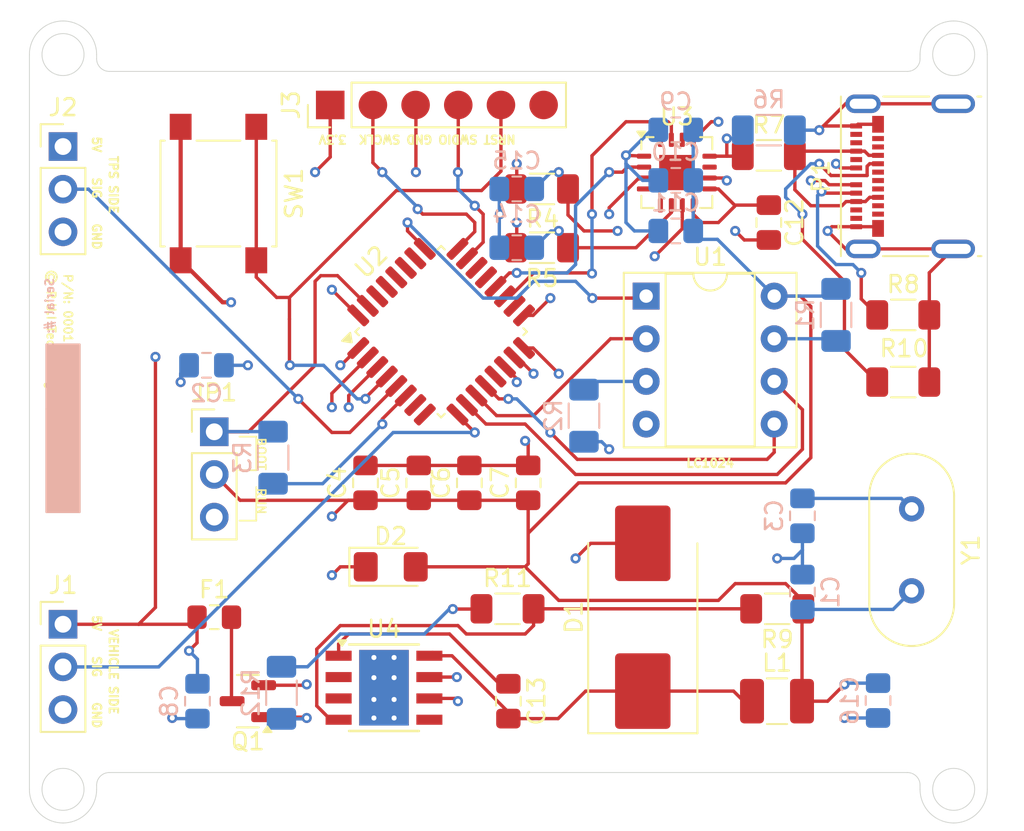
<source format=kicad_pcb>
(kicad_pcb (version 20240108) (generator "pcbnew") (generator_version "8.0")
  (layers (0 "F.Cu" signal) (1 "In1.Cu" signal) (2 "In2.Cu" signal "GND") (31 "B.Cu" signal) (34 "B.Paste" user) (35 "F.Paste" user) (36 "B.SilkS" user "B.Silkscreen") (37 "F.SilkS" user "F.Silkscreen") (38 "B.Mask" user) (39 "F.Mask" user) (44 "Edge.Cuts" user))
  (net 0 "")
  (net 1 "GND")
  (net 2 "Net-(U2-PF0)")
  (net 3 "NRST")
  (net 4 "Net-(U2-PF1)")
  (net 5 "Net-(U2-VDDA)")
  (net 6 "+3.3V")
  (net 7 "+5V")
  (net 8 "Net-(U3-VCC)")
  (net 9 "Net-(U3-3V3OUT)")
  (net 10 "Net-(U4-BOOT)")
  (net 11 "Net-(D1-K)")
  (net 12 "Net-(U3-USBDM)")
  (net 13 "Net-(Q1-D)")
  (net 14 "SIG_OUT")
  (net 15 "SIG_IN")
  (net 16 "/SWCLK")
  (net 17 "/SWDIO")
  (net 19 "/BOOT0")
  (net 20 "Net-(P1-VBUS-PadA4)")
  (net 21 "Net-(P1-D-)")
  (net 22 "Net-(P1-D+)")
  (net 23 "Net-(P1-VCONN)")
  (net 24 "Net-(P1-CC)")
  (net 25 "Net-(Q1-S)")
  (net 26 "Net-(U1-~{HOLD})")
  (net 27 "Net-(U1-~{WP})")
  (net 28 "Net-(U3-USBDP)")
  (net 29 "USB_SENSE")
  (net 30 "/Feedback")
  (net 31 "Net-(R11-Pad1)")
  (net 32 "EEPROM_CS")
  (net 33 "EEPROM_SCK")
  (net 34 "EEPROM_MISO")
  (net 35 "EEPROM_MOSI")
  (net 37 "UART_TX")
  (net 44 "UART_RX")
  (footprint "Capacitor_SMD:C_0805_2012Metric_Pad1.18x1.45mm_HandSolder" (layer "F.Cu") (at 36.5 42.79 90)
    (property "Reference" "C4")
    (property "Value" "100nf")
  )
  (footprint "Capacitor_SMD:C_0805_2012Metric_Pad1.18x1.45mm_HandSolder" (layer "F.Cu") (at 39.67 42.79 90)
    (property "Reference" "C5")
    (property "Value" "100nf")
  )
  (footprint "Fuse:Fuse_0805_2012Metric_Pad1.15x1.40mm_HandSolder" (layer "F.Cu") (at 27.5 50.79)
    (property "Reference" "F1")
    (property "Value" "2A")
  )
  (footprint "Connector_PinHeader_2.54mm:PinHeader_1x06_P2.54mm_Vertical" (layer "F.Cu") (at 34.4 20.29 90)
    (property "Reference" "J3")
    (property "Value" "PROG")
  )
  (footprint "Resistor_SMD:R_1206_3216Metric_Pad1.30x1.75mm_HandSolder" (layer "F.Cu") (at 68.5 32.79)
    (property "Reference" "R8")
    (property "Value" "5.6k")
  )
  (footprint "Package_DFN_QFN:QFN-16-1EP_4x4mm_P0.65mm_EP2.1x2.1mm" (layer "F.Cu") (at 55.025 24.315)
    (property "Reference" "U3")
    (property "Value" "FT230XQ")
  )
  (footprint "Resistor_SMD:R_1206_3216Metric_Pad1.30x1.75mm_HandSolder" (layer "F.Cu") (at 44.95 50.29)
    (property "Reference" "R11")
    (property "Value" "5.6k")
  )
  (footprint "Diode_SMD:D_SMC_Handsoldering" (layer "F.Cu") (at 53 50.79 90)
    (property "Reference" "D1")
    (property "Value" "B340")
  )
  (footprint "Package_SO:TI_SO-PowerPAD-8_ThermalVias" (layer "F.Cu") (at 37.6 54.99)
    (property "Reference" "U4")
    (property "Value" "TPS5430DDA")
  )
  (footprint "Inductor_SMD:L_1210_3225Metric_Pad1.42x2.65mm_HandSolder" (layer "F.Cu") (at 60.9875 55.79)
    (property "Reference" "L1")
    (property "Value" "15uh" (hide yes))
  )
  (footprint "Connector_USB:USB_C_Receptacle_Molex_105450-0101" (layer "F.Cu") (at 68.915 24.54 90)
    (property "Reference" "P1")
    (property "Value" "HID")
  )
  (footprint "Resistor_SMD:R_1206_3216Metric_Pad1.30x1.75mm_HandSolder" (layer "F.Cu") (at 47 25.29 180)
    (property "Reference" "R4")
    (property "Value" "27")
  )
  (footprint "Resistor_SMD:R_1206_3216Metric_Pad1.30x1.75mm_HandSolder" (layer "F.Cu") (at 47 28.79 180)
    (property "Reference" "R5")
    (property "Value" "27")
  )
  (footprint "Resistor_SMD:R_1206_3216Metric_Pad1.30x1.75mm_HandSolder" (layer "F.Cu") (at 68.5 36.79)
    (property "Reference" "R10")
    (property "Value" "5.6k")
  )
  (footprint "LED_SMD:LED_1206_3216Metric_Pad1.42x1.75mm_HandSolder" (layer "F.Cu") (at 38 47.79)
    (property "Reference" "D2")
    (property "Value" "PWR")
  )
  (footprint "Capacitor_SMD:C_0805_2012Metric_Pad1.18x1.45mm_HandSolder" (layer "F.Cu") (at 60.5 27.29 -90)
    (property "Reference" "C12")
    (property "Value" "100uf")
  )
  (footprint "Connector_PinHeader_2.54mm:PinHeader_1x03_P2.54mm_Vertical" (layer "F.Cu") (at 18.5 22.765)
    (property "Reference" "J2")
    (property "Value" "TPS SIDE")
  )
  (footprint "Package_DIP:DIP-8_W7.62mm_Socket" (layer "F.Cu") (at 53.2 31.67)
    (property "Reference" "U1")
    (property "Value" "LC1024")
  )
  (footprint "Capacitor_SMD:C_0805_2012Metric_Pad1.18x1.45mm_HandSolder" (layer "F.Cu") (at 45 55.79 -90)
    (property "Reference" "C13")
    (property "Value" "10nf")
  )
  (footprint "Resistor_SMD:R_1206_3216Metric_Pad1.30x1.75mm_HandSolder" (layer "F.Cu") (at 60.5 23.29)
    (property "Reference" "R7")
    (property "Value" "4.7k")
  )
  (footprint "Crystal:Crystal_HC49-4H_Vertical" (layer "F.Cu") (at 69 44.34 -90)
    (property "Reference" "Y1")
    (property "Value" "8mhz")
  )
  (footprint "Connector_PinHeader_2.54mm:PinHeader_1x03_P2.54mm_Vertical" (layer "F.Cu") (at 18.5 51.21)
    (property "Reference" "J1")
    (property "Value" "VEHICLE SIDE")
  )
  (footprint "Connector_PinHeader_2.54mm:PinHeader_1x03_P2.54mm_Vertical" (layer "F.Cu") (at 27.5 39.75)
    (property "Reference" "JP1")
    (property "Value" "BOOT0")
  )
  (footprint "Package_QFP:LQFP-32_7x7mm_P0.8mm" (layer "F.Cu") (at 41 33.79 45)
    (property "Reference" "U2")
    (property "Value" "STM32G431K6Tx")
  )
  (footprint "Package_TO_SOT_SMD:SOT-23" (layer "F.Cu") (at 29.5 55.79 180)
    (property "Reference" "Q1")
    (property "Value" "AO3407")
  )
  (footprint "Button_Switch_SMD:SW_SPST_B3S-1000" (layer "F.Cu") (at 27.75 25.565 -90)
    (property "Reference" "SW1")
    (property "Value" "RESET" (hide yes))
  )
  (footprint "Resistor_SMD:R_1206_3216Metric_Pad1.30x1.75mm_HandSolder" (layer "F.Cu") (at 61 50.29 180)
    (property "Reference" "R9")
    (property "Value" "10k")
  )
  (footprint "Capacitor_SMD:C_0805_2012Metric_Pad1.18x1.45mm_HandSolder" (layer "F.Cu") (at 46.18 42.79 90)
    (property "Reference" "C7")
    (property "Value" "47uf")
  )
  (footprint "Capacitor_SMD:C_0805_2012Metric_Pad1.18x1.45mm_HandSolder" (layer "F.Cu") (at 42.68 42.79 90)
    (property "Reference" "C6")
    (property "Value" "100nf")
  )
  (footprint "Capacitor_SMD:C_0805_2012Metric_Pad1.18x1.45mm_HandSolder" (layer "B.Cu") (at 54.9625 21.77 180)
    (property "Reference" "C9")
    (property "Value" "100nf")
  )
  (footprint "Capacitor_SMD:C_0805_2012Metric_Pad1.18x1.45mm_HandSolder" (layer "B.Cu") (at 45.5 28.79 180)
    (property "Reference" "C14")
    (property "Value" "47uf")
  )
  (footprint "Capacitor_SMD:C_0805_2012Metric_Pad1.18x1.45mm_HandSolder" (layer "B.Cu") (at 62.5 44.7525 -90)
    (property "Reference" "C3")
    (property "Value" "30pf")
  )
  (footprint "Capacitor_SMD:C_0805_2012Metric_Pad1.18x1.45mm_HandSolder" (layer "B.Cu") (at 67 55.7525 -90)
    (property "Reference" "C16")
    (property "Value" "22uf")
  )
  (footprint "Capacitor_SMD:C_0805_2012Metric_Pad1.18x1.45mm_HandSolder" (layer "B.Cu") (at 26.5 55.79 -90)
    (property "Reference" "C8")
    (property "Value" "10uf" (hide yes))
  )
  (footprint "Resistor_SMD:R_1206_3216Metric_Pad1.30x1.75mm_HandSolder" (layer "B.Cu") (at 64.5 32.79 -90)
    (property "Reference" "R1")
    (property "Value" "10k")
  )
  (footprint "Capacitor_SMD:C_0805_2012Metric_Pad1.18x1.45mm_HandSolder" (layer "B.Cu") (at 45.5 25.29 180)
    (property "Reference" "C15")
    (property "Value" "47uf")
  )
  (footprint "Capacitor_SMD:C_0805_2012Metric_Pad1.18x1.45mm_HandSolder" (layer "B.Cu") (at 27.0375 35.79)
    (property "Reference" "C2")
    (property "Value" "100nf")
  )
  (footprint "Resistor_SMD:R_1206_3216Metric_Pad1.30x1.75mm_HandSolder" (layer "B.Cu") (at 31.5 55.29 -90)
    (property "Reference" "R12")
    (property "Value" "270")
  )
  (footprint "Capacitor_SMD:C_0805_2012Metric_Pad1.18x1.45mm_HandSolder" (layer "B.Cu") (at 62.5 49.29 90)
    (property "Reference" "C1")
    (property "Value" "30pf")
  )
  (footprint "Capacitor_SMD:C_0805_2012Metric_Pad1.18x1.45mm_HandSolder" (layer "B.Cu") (at 54.9625 27.79 180)
    (property "Reference" "C11")
    (property "Value" "47uf")
  )
  (footprint "Resistor_SMD:R_1206_3216Metric_Pad1.30x1.75mm_HandSolder" (layer "B.Cu") (at 49.5 38.79 -90)
    (property "Reference" "R2")
    (property "Value" "10k")
  )
  (footprint "Capacitor_SMD:C_0805_2012Metric_Pad1.18x1.45mm_HandSolder" (layer "B.Cu") (at 54.9625 24.78 180)
    (property "Reference" "C10")
    (property "Value" "100nf")
  )
  (footprint "Resistor_SMD:R_1206_3216Metric_Pad1.30x1.75mm_HandSolder" (layer "B.Cu") (at 31 41.29 -90)
    (property "Reference" "R3")
    (property "Value" "10K")
  )
  (footprint "Resistor_SMD:R_1206_3216Metric_Pad1.30x1.75mm_HandSolder" (layer "B.Cu") (at 60.5 21.79 180)
    (property "Reference" "R6")
    (property "Value" "10k")
  )
  (gr_rect (start 17.5 34.54) (end 19.5 44.54) (stroke (width 0.1)) (fill solid) (layer "B.SilkS"))
  (gr_line (start 30 40.04) (end 30 42.04) (stroke (width 0.1)) (layer "F.SilkS"))
  (gr_line (start 29 40.04) (end 30 40.04) (stroke (width 0.1)) (layer "F.SilkS"))
  (gr_line (start 30 42.04) (end 29 42.04) (stroke (width 0.1)) (layer "F.SilkS"))
  (gr_line (start 30 45.04) (end 30 43.04) (stroke (width 0.1)) (layer "F.SilkS"))
  (gr_line (start 29 45.04) (end 30 45.04) (stroke (width 0.1)) (layer "F.SilkS"))
  (gr_arc (start 73.5 61.04) (mid 72.914214 62.454214) (end 71.5 63.04) (stroke (width 0.05)) (layer "Edge.Cuts"))
  (gr_circle (center 71.5 17.29) (end 72.75 17.29) (stroke (width 0.05)) (fill none) (layer "Edge.Cuts"))
  (gr_line (start 73.5 17.29) (end 73.5 61.04) (stroke (width 0.05)) (layer "Edge.Cuts"))
  (gr_arc (start 18.5 15.29) (mid 19.914214 15.875786) (end 20.5 17.29) (stroke (width 0.05)) (layer "Edge.Cuts"))
  (gr_line (start 20.5 17.29) (end 20.5 17.54) (stroke (width 0.05)) (layer "Edge.Cuts"))
  (gr_arc (start 18.5 63.04) (mid 17.085786 62.454214) (end 16.5 61.04) (stroke (width 0.05)) (layer "Edge.Cuts"))
  (gr_arc (start 16.5 17.29) (mid 17.085786 15.875786) (end 18.5 15.29) (stroke (width 0.05)) (layer "Edge.Cuts"))
  (gr_line (start 21.25 60.04) (end 68.75 60.04) (stroke (width 0.05)) (layer "Edge.Cuts"))
  (gr_line (start 68.75 18.29) (end 21.25 18.29) (stroke (width 0.05)) (layer "Edge.Cuts"))
  (gr_arc (start 69.5 17.29) (mid 70.085786 15.875786) (end 71.5 15.29) (stroke (width 0.05)) (layer "Edge.Cuts"))
  (gr_arc (start 21.25 18.29) (mid 20.71967 18.07033) (end 20.5 17.54) (stroke (width 0.05)) (layer "Edge.Cuts"))
  (gr_line (start 69.500002 61.04) (end 69.5 60.79) (stroke (width 0.05)) (layer "Edge.Cuts"))
  (gr_arc (start 20.5 61.04) (mid 19.914214 62.454214) (end 18.5 63.04) (stroke (width 0.05)) (layer "Edge.Cuts"))
  (gr_line (start 69.5 17.29) (end 69.5 17.54) (stroke (width 0.05)) (layer "Edge.Cuts"))
  (gr_circle (center 18.5 17.29) (end 19.75 17.29) (stroke (width 0.05)) (fill none) (layer "Edge.Cuts"))
  (gr_line (start 16.5 17.29) (end 16.5 61.04) (stroke (width 0.05)) (layer "Edge.Cuts"))
  (gr_circle (center 18.5 61.04) (end 19.75 61.04) (stroke (width 0.05)) (fill none) (layer "Edge.Cuts"))
  (gr_arc (start 71.5 63.04) (mid 70.085786 62.454214) (end 69.500002 61.04) (stroke (width 0.05)) (layer "Edge.Cuts"))
  (gr_arc (start 71.5 15.29) (mid 72.914214 15.875786) (end 73.5 17.29) (stroke (width 0.05)) (layer "Edge.Cuts"))
  (gr_arc (start 20.5 60.79) (mid 20.71967 60.25967) (end 21.25 60.04) (stroke (width 0.05)) (layer "Edge.Cuts"))
  (gr_arc (start 68.75 60.04) (mid 69.28033 60.25967) (end 69.5 60.79) (stroke (width 0.05)) (layer "Edge.Cuts"))
  (gr_circle (center 71.5 61.04) (end 72.75 61.04) (stroke (width 0.05)) (fill none) (layer "Edge.Cuts"))
  (gr_line (start 20.5 60.79) (end 20.5 61.04) (stroke (width 0.05)) (layer "Edge.Cuts"))
  (gr_arc (start 69.5 17.54) (mid 69.28033 18.07033) (end 68.75 18.29) (stroke (width 0.05)) (layer "Edge.Cuts"))
  (gr_text "Serial #:" (at 18 30.54 90) (layer "B.SilkS") (effects (font (size 0.5 0.5) (thickness 0.1)) (justify left bottom mirror)))
  (gr_text "RUN\n" (at 30 43.04 -90) (layer "F.SilkS") (effects (font (size 0.5 0.5) (thickness 0.1)) (justify left bottom)))
  (gr_text "5V    SIG    GND" (at 20.5 54.04 270) (layer "F.SilkS") (effects (font (size 0.5 0.5) (thickness 0.125))))
  (gr_text "P/N: 0001-R00.\n" (at 18.5 30.29 270) (layer "F.SilkS") (effects (font (size 0.5 0.5) (thickness 0.1)) (justify left bottom)))
  (gr_text "© R.U.I Technologies, 2025." (at 17.5 30.04 270) (layer "F.SilkS") (effects (font (size 0.5 0.5) (thickness 0.1)) (justify left bottom)))
  (gr_text "5V    SIG    GND" (at 20.5 25.54 270) (layer "F.SilkS") (effects (font (size 0.5 0.5) (thickness 0.125))))
  (gr_text "NRST SWDIO GND SWCLK  3.3V\n" (at 45.5 22.04 180) (layer "F.SilkS") (effects (font (size 0.5 0.5) (thickness 0.125) (bold yes)) (justify left bottom)))
  (gr_text "BOOT\n" (at 30 40.04 270) (layer "F.SilkS") (effects (font (size 0.5 0.5) (thickness 0.1)) (justify left bottom)))
  (segment (start 64.25 27.54) (end 64 27.79) (width 0.2) (layer "F.Cu") (net 1))
  (segment (start 36.5125 47.79) (end 35 47.79) (width 0.2) (layer "F.Cu") (net 1))
  (segment (start 32.95 56.74) (end 33 56.79) (width 0.2) (layer "F.Cu") (net 1))
  (segment (start 49.9 46.39) (end 49 47.29) (width 0.2) (layer "F.Cu") (net 1))
  (segment (start 53.075 24.64) (end 54.7 24.64) (width 0.2) (layer "F.Cu") (net 1))
  (segment (start 46.472272 34.762272) (end 48 36.29) (width 0.2) (layer "F.Cu") (net 1))
  (segment (start 30.4375 56.74) (end 32.95 56.74) (width 0.2) (layer "F.Cu") (net 1))
  (segment (start 45.93207 34.762272) (end 46.472272 34.762272) (width 0.2) (layer "F.Cu") (net 1))
  (segment (start 38.896357 37.590699) (end 37.5 38.987056) (width 0.2) (layer "F.Cu") (net 1))
  (segment (start 59.0375 28.3275) (end 58.5 27.79) (width 0.2) (layer "F.Cu") (net 1))
  (segment (start 36.06793 32.817728) (end 36.027728 32.817728) (width 0.2) (layer "F.Cu") (net 1))
  (segment (start 65.7 21.54) (end 63.75 21.54) (width 0.2) (layer "F.Cu") (net 1))
  (segment (start 53.075 24.64) (end 52.76759 24.64) (width 0.2) (layer "F.Cu") (net 1))
  (segment (start 39.5 20.31) (end 39.5 24.29) (width 0.2) (layer "F.Cu") (net 1))
  (segment (start 35 47.79) (end 34.5 48.29) (width 0.2) (layer "F.Cu") (net 1))
  (segment (start 41.835 55.625) (end 42 55.79) (width 0.2) (layer "F.Cu") (net 1))
  (segment (start 37.5 38.987056) (end 37.5 39.29) (width 0.2) (layer "F.Cu") (net 1))
  (segment (start 67 21.44) (end 65.8 21.44) (width 0.2) (layer "F.Cu") (net 1))
  (segment (start 36.027728 32.817728) (end 34.5 31.29) (width 0.2) (layer "F.Cu") (net 1))
  (segment (start 65.07 28.86) (end 64 27.79) (width 0.2) (layer "F.Cu") (net 1))
  (segment (start 66.11 28.86) (end 65.07 28.86) (width 0.2) (layer "F.Cu") (net 1))
  (segment (start 52.76759 24.64) (end 51 26.40759) (width 0.2) (layer "F.Cu") (net 1))
  (segment (start 53 46.39) (end 49.9 46.39) (width 0.2) (layer "F.Cu") (net 1))
  (segment (start 70.05 30.28) (end 71.47 28.86) (width 0.2) (layer "F.Cu") (net 1))
  (segment (start 66.11 20.22) (end 65.07 20.22) (width 0.2) (layer "F.Cu") (net 1))
  (segment (start 25.5 21.59) (end 25.5 29.54) (width 0.25) (layer "F.Cu") (net 1))
  (segment (start 39.48 20.29) (end 39.5 20.31) (width 0.2) (layer "F.Cu") (net 1))
  (segment (start 65.7 27.54) (end 64.25 27.54) (width 0.2) (layer "F.Cu") (net 1))
  (segment (start 66.9 27.54) (end 67 27.64) (width 0.2) (layer "F.Cu") (net 1))
  (segment (start 57.5 21.29) (end 57.075 21.29) (width 0.2) (layer "F.Cu") (net 1))
  (segment (start 28.5 32.04) (end 28 32.04) (width 0.25) (layer "F.Cu") (net 1))
  (segment (start 65.7 27.54) (end 66.9 27.54) (width 0.2) (layer "F.Cu") (net 1))
  (segment (start 40.3 55.625) (end 41.835 55.625) (width 0.2) (layer "F.Cu") (net 1))
  (segment (start 54.7 24.64) (end 55.025 24.315) (width 0.2) (layer "F.Cu") (net 1))
  (segment (start 70.05 36.79) (end 70.05 32.79) (width 0.2) (layer "F.Cu") (net 1))
  (segment (start 71.47 20.22) (end 66.11 20.22) (width 0.2) (layer "F.Cu") (net 1))
  (segment (start 63.75 21.54) (end 63.5 21.79) (width 0.2) (layer "F.Cu") (net 1))
  (segment (start 51 26.40759) (end 51 26.79) (width 0.2) (layer "F.Cu") (net 1))
  (segment (start 65.8 21.44) (end 65.7 21.54) (width 0.2) (layer "F.Cu") (net 1))
  (segment (start 45.5 36.592944) (end 45.5 36.79) (width 0.2) (layer "F.Cu") (net 1))
  (segment (start 28 32.04) (end 25.5 29.54) (width 0.25) (layer "F.Cu") (net 1))
  (segment (start 70.05 32.79) (end 70.05 30.28) (width 0.2) (layer "F.Cu") (net 1))
  (segment (start 57.075 21.29) (end 56 22.365) (width 0.2) (layer "F.Cu") (net 1))
  (segment (start 65.07 20.22) (end 63.5 21.79) (width 0.2) (layer "F.Cu") (net 1))
  (segment (start 71.47 28.86) (end 66.11 28.86) (width 0.2) (layer "F.Cu") (net 1))
  (segment (start 44.800699 35.893643) (end 45.5 36.592944) (width 0.2) (layer "F.Cu") (net 1))
  (segment (start 60.5 28.3275) (end 59.0375 28.3275) (width 0.2) (layer "F.Cu") (net 1))
  (via (at 34.5 31.29) (size 0.6) (drill 0.3) (layers "F.Cu" "B.Cu") (net 1))
  (via (at 25 56.79) (size 0.6) (drill 0.3) (layers "F.Cu" "B.Cu") (net 1))
  (via (at 49 47.29) (size 0.6) (drill 0.3) (layers "F.Cu" "B.Cu") (net 1))
  (via (at 61 47.29) (size 0.6) (drill 0.3) (layers "F.Cu" "B.Cu") (net 1))
  (via (at 57.5 21.29) (size 0.6) (drill 0.3) (layers "F.Cu" "B.Cu") (net 1))
  (via (at 45.5 36.79) (size 0.6) (drill 0.3) (layers "F.Cu" "B.Cu") (net 1))
  (via (at 51 26.79) (size 0.6) (drill 0.3) (layers "F.Cu" "B.Cu") (net 1))
  (via (at 33 56.79) (size 0.6) (drill 0.3) (layers "F.Cu" "B.Cu") (net 1))
  (via (at 65 56.79) (size 0.6) (drill 0.3) (layers "F.Cu" "B.Cu") (net 1))
  (via (at 48 36.29) (size 0.6) (drill 0.3) (layers "F.Cu" "B.Cu") (net 1))
  (via (at 34.5 48.29) (size 0.6) (drill 0.3) (layers "F.Cu" "B.Cu") (net 1))
  (via (at 28.5 32.04) (size 0.6) (drill 0.3) (layers "F.Cu" "B.Cu") (net 1))
  (via (at 37.5 39.29) (size 0.6) (drill 0.3) (layers "F.Cu" "B.Cu") (net 1))
  (via (at 63.5 21.79) (size 0.6) (drill 0.3) (layers "F.Cu" "B.Cu") (net 1))
  (via (at 44.5 26.79) (size 0.6) (drill 0.3) (layers "F.Cu" "B.Cu") (net 1))
  (via (at 25.5 36.79) (size 0.6) (drill 0.3) (layers "F.Cu" "B.Cu") (net 1))
  (via (at 42 55.79) (size 0.6) (drill 0.3) (layers "F.Cu" "B.Cu") (net 1))
  (via (at 39.5 24.29) (size 0.6) (drill 0.3) (layers "F.Cu" "B.Cu") (net 1))
  (via (at 51 40.79) (size 0.6) (drill 0.3) (layers "F.Cu" "B.Cu") (net 1))
  (via (at 58.5 27.79) (size 0.6) (drill 0.3) (layers "F.Cu" "B.Cu") (net 1))
  (via (at 64 27.79) (size 0.6) (drill 0.3) (layers "F.Cu" "B.Cu") (net 1))
  (segment (start 67 56.79) (end 65 56.79) (width 0.2) (layer "B.Cu") (net 1))
  (segment (start 25.5 36.29) (end 25.5 36.79) (width 0.2) (layer "B.Cu") (net 1))
  (segment (start 63 21.79) (end 63.5 21.79) (width 0.2) (layer "B.Cu") (net 1))
  (segment (start 44.5 26.79) (end 44.4625 26.7525) (width 0.2) (layer "B.Cu") (net 1))
  (segment (start 50.55 40.34) (end 51 40.79) (width 0.2) (layer "B.Cu") (net 1))
  (segment (start 33.95 42.84) (end 37.5 39.29) (width 0.2) (layer "B.Cu") (net 1))
  (segment (start 62.5 46.79) (end 62 47.29) (width 0.2) (layer "B.Cu") (net 1))
  (segment (start 49.5 40.34) (end 50.55 40.34) (width 0.2) (layer "B.Cu") (net 1))
  (segment (start 44.4625 26.8275) (end 44.5 26.79) (width 0.2) (layer "B.Cu") (net 1))
  (segment (start 62.5 46.79) (end 62.5 45.79) (width 0.2) (layer "B.Cu") (net 1))
  (segment (start 26 35.79) (end 25.5 36.29) (width 0.2) (layer "B.Cu") (net 1))
  (segment (start 31.5 56.84) (end 31.5 57.165) (width 0.2) (layer "B.Cu") (net 1))
  (segment (start 31 42.84) (end 33.95 42.84) (width 0.2) (layer "B.Cu") (net 1))
  (segment (start 62.05 21.79) (end 63 21.79) (width 0.2) (layer "B.Cu") (net 1))
  (segment (start 25.0375 56.8275) (end 25 56.79) (width 0.2) (layer "B.Cu") (net 1))
  (segment (start 31.5 56.84) (end 32.95 56.84) (width 0.2) (layer "B.Cu") (net 1))
  (segment (start 44.4625 26.7525) (end 44.4625 25.29) (width 0.2) (layer "B.Cu") (net 1))
  (segment (start 62 47.29) (end 61 47.29) (width 0.2) (layer "B.Cu") (net 1))
  (segment (start 26.5 56.8275) (end 25.0375 56.8275) (width 0.2) (layer "B.Cu") (net 1))
  (segment (start 32.95 56.84) (end 33 56.79) (width 0.2) (layer "B.Cu") (net 1))
  (segment (start 62.5 48.2525) (end 62.5 46.79) (width 0.2) (layer "B.Cu") (net 1))
  (segment (start 44.4625 28.79) (end 44.4625 26.8275) (width 0.2) (layer "B.Cu") (net 1))
  (segment (start 34.5 37.461573) (end 34.5 38.29) (width 0.2) (layer "F.Cu") (net 2))
  (segment (start 36.633616 35.327957) (end 34.5 37.461573) (width 0.2) (layer "F.Cu") (net 2))
  (via (at 34.5 38.29) (size 0.6) (drill 0.3) (layers "F.Cu" "B.Cu") (net 2))
  (segment (start 62.5 50.3275) (end 67.8925 50.3275) (width 0.2) (layer "B.Cu") (net 2))
  (segment (start 67.8925 50.3275) (end 69 49.22) (width 0.2) (layer "B.Cu") (net 2))
  (segment (start 32.592157 31.132157) (end 31.975 31.749314) (width 0.2) (layer "F.Cu") (net 3))
  (segment (start 31.975 33.04) (end 31.975 35.765) (width 0.2) (layer "F.Cu") (net 3))
  (segment (start 36.5 37.724314) (end 37.764986 36.459328) (width 0.2) (layer "F.Cu") (net 3))
  (segment (start 43.405507 25.384493) (end 38.339821 25.384493) (width 0.2) (layer "F.Cu") (net 3))
  (segment (start 44.56 20.29) (end 44.56 24.23) (width 0.2) (layer "F.Cu") (net 3))
  (segment (start 38.339821 25.384493) (end 32.592157 31.132157) (width 0.2) (layer "F.Cu") (net 3))
  (segment (start 30 30.54) (end 30 29.54) (width 0.2) (layer "F.Cu") (net 3))
  (segment (start 31.975 35.765) (end 32 35.79) (width 0.2) (layer "F.Cu") (net 3))
  (segment (start 44.56 24.23) (end 43.405507 25.384493) (width 0.2) (layer "F.Cu") (net 3))
  (segment (start 30 29.54) (end 30 21.59) (width 0.2) (layer "F.Cu") (net 3))
  (segment (start 31.975 31.749314) (end 31.209314 31.749314) (width 0.2) (layer "F.Cu") (net 3))
  (segment (start 31.209314 31.749314) (end 30 30.54) (width 0.2) (layer "F.Cu") (net 3))
  (segment (start 36.5 37.79) (end 36.5 37.724314) (width 0.2) (layer "F.Cu") (net 3))
  (segment (start 31.975 31.749314) (end 31.975 33.04) (width 0.2) (layer "F.Cu") (net 3))
  (via (at 36.5 37.79) (size 0.6) (drill 0.3) (layers "F.Cu" "B.Cu") (net 3))
  (via (at 29.5 35.79) (size 0.6) (drill 0.3) (layers "F.Cu" "B.Cu") (net 3))
  (via (at 32 35.79) (size 0.6) (drill 0.3) (layers "F.Cu" "B.Cu") (net 3))
  (segment (start 36 37.79) (end 36.5 37.79) (width 0.2) (layer "B.Cu") (net 3))
  (segment (start 34 35.79) (end 36 37.79) (width 0.2) (layer "B.Cu") (net 3))
  (segment (start 32 35.79) (end 34 35.79) (width 0.2) (layer "B.Cu") (net 3))
  (segment (start 29.5 35.79) (end 28.075 35.79) (width 0.2) (layer "B.Cu") (net 3))
  (segment (start 37.199301 35.893643) (end 35.5 37.592944) (width 0.2) (layer "F.Cu") (net 4))
  (segment (start 35.5 37.592944) (end 35.5 38.29) (width 0.2) (layer "F.Cu") (net 4))
  (via (at 35.5 38.29) (size 0.6) (drill 0.3) (layers "F.Cu" "B.Cu") (net 4))
  (segment (start 62.5 43.715) (end 68.375 43.715) (width 0.2) (layer "B.Cu") (net 4))
  (segment (start 68.375 43.715) (end 69 44.34) (width 0.2) (layer "B.Cu") (net 4))
  (segment (start 45.366384 35.327957) (end 45.537957 35.327957) (width 0.2) (layer "F.Cu") (net 5))
  (segment (start 45.537957 35.327957) (end 46.5 36.29) (width 0.2) (layer "F.Cu") (net 5))
  (segment (start 46.18 40.47) (end 46 40.29) (width 0.2) (layer "F.Cu") (net 5))
  (segment (start 35.040202 35.79) (end 36.06793 34.762272) (width 0.2) (layer "F.Cu") (net 5))
  (segment (start 35 35.79) (end 35.040202 35.79) (width 0.2) (layer "F.Cu") (net 5))
  (segment (start 42.68 41.7525) (end 46.18 41.7525) (width 0.2) (layer "F.Cu") (net 5))
  (segment (start 36.5 41.7525) (end 39.67 41.7525) (width 0.2) (layer "F.Cu") (net 5))
  (segment (start 45.93207 32.817728) (end 46.472272 32.817728) (width 0.2) (layer "F.Cu") (net 5))
  (segment (start 46.18 41.7525) (end 46.18 40.47) (width 0.2) (layer "F.Cu") (net 5))
  (segment (start 46.472272 32.817728) (end 47.5 31.79) (width 0.2) (layer "F.Cu") (net 5))
  (segment (start 39.67 41.7525) (end 42.68 41.7525) (width 0.2) (layer "F.Cu") (net 5))
  (via (at 46 40.29) (size 0.6) (drill 0.3) (layers "F.Cu" "B.Cu") (net 5))
  (via (at 46.5 36.29) (size 0.6) (drill 0.3) (layers "F.Cu" "B.Cu") (net 5))
  (via (at 35 35.79) (size 0.6) (drill 0.3) (layers "F.Cu" "B.Cu") (net 5))
  (via (at 47.5 31.79) (size 0.6) (drill 0.3) (layers "F.Cu" "B.Cu") (net 5))
  (segment (start 62.55 50.29) (end 62.55 49.84) (width 0.2) (layer "F.Cu") (net 6))
  (segment (start 46.18 45.79) (end 46.18 47.61) (width 0.2) (layer "F.Cu") (net 6))
  (segment (start 42.68 43.8275) (end 46.18 43.8275) (width 0.2) (layer "F.Cu") (net 6))
  (segment (start 46.18 43.8275) (end 46.18 45.79) (width 0.2) (layer "F.Cu") (net 6))
  (segment (start 61.5 48.79) (end 58.5 48.79) (width 0.2) (layer "F.Cu") (net 6))
  (segment (start 49.18 42.79) (end 61.5 42.79) (width 0.2) (layer "F.Cu") (net 6))
  (segment (start 48 49.79) (end 46 47.79) (width 0.2) (layer "F.Cu") (net 6))
  (segment (start 63 32.29) (end 62.38 31.67) (width 0.2) (layer "F.Cu") (net 6))
  (segment (start 63 41.29) (end 63 32.29) (width 0.2) (layer "F.Cu") (net 6))
  (segment (start 46.18 45.79) (end 49.18 42.79) (width 0.2) (layer "F.Cu") (net 6))
  (segment (start 35.4625 43.8275) (end 36.5 43.8275) (width 0.2) (layer "F.Cu") (net 6))
  (segment (start 39.67 43.8275) (end 42.68 43.8275) (width 0.2) (layer "F.Cu") (net 6))
  (segment (start 34.4 20.29) (end 34.4 23.39) (width 0.2) (layer "F.Cu") (net 6))
  (segment (start 46 47.79) (end 39.4875 47.79) (width 0.2) (layer "F.Cu") (net 6))
  (segment (start 27.5 42.29) (end 29.0375 43.8275) (width 0.2) (layer "F.Cu") (net 6))
  (segment (start 62.55 49.84) (end 61.5 48.79) (width 0.2) (layer "F.Cu") (net 6))
  (segment (start 62.475 55.79) (end 64 55.79) (width 0.2) (layer "F.Cu") (net 6))
  (segment (start 61.5 42.79) (end 63 41.29) (width 0.2) (layer "F.Cu") (net 6))
  (segment (start 36.5 43.8275) (end 39.67 43.8275) (width 0.2) (layer "F.Cu") (net 6))
  (segment (start 46.18 47.61) (end 46 47.79) (width 0.2) (layer "F.Cu") (net 6))
  (segment (start 62.475 55.79) (end 62.475 50.365) (width 0.2) (layer "F.Cu") (net 6))
  (segment (start 29.0375 43.8275) (end 36.5 43.8275) (width 0.2) (layer "F.Cu") (net 6))
  (segment (start 62.475 50.365) (end 62.55 50.29) (width 0.2) (layer "F.Cu") (net 6))
  (segment (start 62.38 31.67) (end 60.82 31.67) (width 0.2) (layer "F.Cu") (net 6))
  (segment (start 57.5 49.79) (end 48 49.79) (width 0.2) (layer "F.Cu") (net 6))
  (segment (start 58.5 48.79) (end 57.5 49.79) (width 0.2) (layer "F.Cu") (net 6))
  (segment (start 34.4 23.39) (end 33.5 24.29) (width 0.2) (layer "F.Cu") (net 6))
  (segment (start 64 55.79) (end 65 54.79) (width 0.2) (layer "F.Cu") (net 6))
  (segment (start 34.5 44.79) (end 35.4625 43.8275) (width 0.2) (layer "F.Cu") (net 6))
  (via (at 65 54.79) (size 0.6) (drill 0.3) (layers "F.Cu" "B.Cu") (net 6))
  (via (at 33.5 24.29) (size 0.6) (drill 0.3) (layers "F.Cu" "B.Cu") (net 6))
  (via (at 34.5 44.79) (size 0.6) (drill 0.3) (layers "F.Cu" "B.Cu") (net 6))
  (segment (start 56 27.79) (end 56.5 28.29) (width 0.2) (layer "B.Cu") (net 6))
  (segment (start 64.57 31.67) (end 65 31.24) (width 0.2) (layer "B.Cu") (net 6))
  (segment (start 57.44 28.29) (end 60.82 31.67) (width 0.2) (layer "B.Cu") (net 6))
  (segment (start 56.5 28.29) (end 57.44 28.29) (width 0.2) (layer "B.Cu") (net 6))
  (segment (start 65.075 54.715) (end 65 54.79) (width 0.2) (layer "B.Cu") (net 6))
  (segment (start 56 21.77) (end 56 24.78) (width 0.2) (layer "B.Cu") (net 6))
  (segment (start 60.82 31.67) (end 64.57 31.67) (width 0.2) (layer "B.Cu") (net 6))
  (segment (start 56 27.79) (end 56 24.78) (width 0.2) (layer "B.Cu") (net 6))
  (segment (start 67 54.715) (end 65.075 54.715) (width 0.2) (layer "B.Cu") (net 6))
  (segment (start 24 35.29) (end 24 50.21) (width 0.2) (layer "F.Cu") (net 7))
  (segment (start 24 50.21) (end 23 51.21) (width 0.2) (layer "F.Cu") (net 7))
  (segment (start 26.475 52.315) (end 26 52.79) (width 0.2) (layer "F.Cu") (net 7))
  (segment (start 23 51.21) (end 18.5 51.21) (width 0.2) (layer "F.Cu") (net 7))
  (segment (start 26.055 51.21) (end 26.475 50.79) (width 0.2) (layer "F.Cu") (net 7))
  (segment (start 26.475 50.79) (end 26.475 52.315) (width 0.2) (layer "F.Cu") (net 7))
  (segment (start 23 51.21) (end 26.055 51.21) (width 0.2) (layer "F.Cu") (net 7))
  (via (at 24 35.29) (size 0.6) (drill 0.3) (layers "F.Cu" "B.Cu") (net 7))
  (via (at 26 52.79) (size 0.6) (drill 0.3) (layers "F.Cu" "B.Cu") (net 7))
  (segment (start 26.5 53.29) (end 26.5 54.7525) (width 0.2) (layer "B.Cu") (net 7))
  (segment (start 26 52.79) (end 26.5 53.29) (width 0.2) (layer "B.Cu") (net 7))
  (segment (start 56.975 24.64) (end 57.85 24.64) (width 0.2) (layer "F.Cu") (net 8))
  (segment (start 52 23.29) (end 52.05 23.34) (width 0.2) (layer "F.Cu") (net 8))
  (segment (start 53.075 23.34) (end 52 23.29) (width 0.2) (layer "F.Cu") (net 8))
  (segment (start 57.85 24.64) (end 58 24.79) (width 0.2) (layer "F.Cu") (net 8))
  (via (at 58 24.79) (size 0.6) (drill 0.3) (layers "F.Cu" "B.Cu") (net 8))
  (via (at 52 23.29) (size 0.6) (drill 0.3) (layers "F.Cu" "B.Cu") (net 8))
  (segment (start 52 23.79) (end 52.99 24.78) (width 0.2) (layer "B.Cu") (net 8))
  (segment (start 52 23.29) (end 53.52 21.77) (width 0.2) (layer "B.Cu") (net 8))
  (segment (start 53.52 21.77) (end 53.925 21.77) (width 0.2) (layer "B.Cu") (net 8))
  (segment (start 52.99 24.78) (end 53.925 24.78) (width 0.2) (layer "B.Cu") (net 8))
  (segment (start 52 27.29) (end 52.5 27.79) (width 0.2) (layer "B.Cu") (net 8))
  (segment (start 52 23.29) (end 52 23.79) (width 0.2) (layer "B.Cu") (net 8))
  (segment (start 52.5 27.79) (end 53.925 27.79) (width 0.2) (layer "B.Cu") (net 8))
  (segment (start 52 23.79) (end 52 27.29) (width 0.2) (layer "B.Cu") (net 8))
  (segment (start 58.4625 26.3275) (end 57.5 27.29) (width 0.2) (layer "F.Cu") (net 9))
  (segment (start 56.5 27.29) (end 56 26.79) (width 0.2) (layer "F.Cu") (net 9))
  (segment (start 57.5 27.29) (end 56.5 27.29) (width 0.2) (layer "F.Cu") (net 9))
  (segment (start 57.5 25.29) (end 58.4625 26.2525) (width 0.2) (layer "F.Cu") (net 9))
  (segment (start 56.975 25.29) (end 57.5 25.29) (width 0.2) (layer "F.Cu") (net 9))
  (segment (start 56 26.79) (end 56 26.265) (width 0.2) (layer "F.Cu") (net 9))
  (segment (start 58.4625 26.2525) (end 58.4625 26.3275) (width 0.2) (layer "F.Cu") (net 9))
  (segment (start 58.4625 26.2525) (end 60.5 26.2525) (width 0.2) (layer "F.Cu") (net 9))
  (segment (start 44.4625 54.7525) (end 41.5 51.79) (width 0.2) (layer "F.Cu") (net 10))
  (segment (start 41.5 51.79) (end 35.5 51.79) (width 0.2) (layer "F.Cu") (net 10))
  (segment (start 45 54.7525) (end 44.4625 54.7525) (width 0.2) (layer "F.Cu") (net 10))
  (segment (start 34.9 52.39) (end 34.9 53.085) (width 0.2) (layer "F.Cu") (net 10))
  (segment (start 35.5 51.79) (end 34.9 52.39) (width 0.2) (layer "F.Cu") (net 10))
  (segment (start 40.495 52.89) (end 40.3 53.085) (width 0.2) (layer "F.Cu") (net 11))
  (segment (start 45 56.441471) (end 41.643529 53.085) (width 0.2) (layer "F.Cu") (net 11))
  (segment (start 59 55.79) (end 58.4 55.19) (width 0.2) (layer "F.Cu") (net 11))
  (segment (start 47.9625 56.8275) (end 45 56.8275) (width 0.2) (layer "F.Cu") (net 11))
  (segment (start 49.6 55.19) (end 47.9625 56.8275) (width 0.2) (layer "F.Cu") (net 11))
  (segment (start 53 55.19) (end 49.6 55.19) (width 0.2) (layer "F.Cu") (net 11))
  (segment (start 59.5 55.79) (end 59 55.79) (width 0.2) (layer "F.Cu") (net 11))
  (segment (start 45 56.8275) (end 45 56.441471) (width 0.2) (layer "F.Cu") (net 11))
  (segment (start 41.643529 53.085) (end 40.3 53.085) (width 0.2) (layer "F.Cu") (net 11))
  (segment (start 58.4 55.19) (end 53 55.19) (width 0.2) (layer "F.Cu") (net 11))
  (segment (start 48.55 26.84) (end 49.5 27.79) (width 0.2) (layer "F.Cu") (net 12))
  (segment (start 49.5 27.79) (end 51.5 27.79) (width 0.2) (layer "F.Cu") (net 12))
  (segment (start 53.709038 29.300713) (end 55.35 27.659751) (width 0.2) (layer "F.Cu") (net 12))
  (segment (start 48.55 25.29) (end 48.55 24.84) (width 0.2) (layer "F.Cu") (net 12))
  (segment (start 55.35 27.659751) (end 55.35 26.265) (width 0.2) (layer "F.Cu") (net 12))
  (segment (start 48.55 25.29) (end 48.55 26.84) (width 0.2) (layer "F.Cu") (net 12))
  (segment (start 48.55 24.84) (end 48 24.29) (width 0.2) (layer "F.Cu") (net 12))
  (via (at 53.709038 29.300713) (size 0.6) (drill 0.3) (layers "F.Cu" "B.Cu") (net 12))
  (via (at 48 24.29) (size 0.6) (drill 0.3) (layers "F.Cu" "B.Cu") (net 12))
  (via (at 51.5 27.79) (size 0.6) (drill 0.3) (layers "F.Cu" "B.Cu") (net 12))
  (segment (start 47.5375 24.29) (end 46.5375 25.29) (width 0.2) (layer "B.Cu") (net 12))
  (segment (start 48 24.29) (end 47.5375 24.29) (width 0.2) (layer "B.Cu") (net 12))
  (segment (start 28.525 50.79) (end 28.525 55.7525) (width 0.2) (layer "F.Cu") (net 13))
  (segment (start 28.525 55.7525) (end 28.5625 55.79) (width 0.2) (layer "F.Cu") (net 13))
  (segment (start 41.972272 38.72207) (end 41.972272 38.762272) (width 0.2) (layer "F.Cu") (net 14))
  (segment (start 41.972272 38.762272) (end 43 39.79) (width 0.2) (layer "F.Cu") (net 14))
  (via (at 43 39.79) (size 0.6) (drill 0.3) (layers "F.Cu" "B.Cu") (net 14))
  (segment (start 24.191471 53.75) (end 18.5 53.75) (width 0.2) (layer "B.Cu") (net 14))
  (segment (start 43 39.79) (end 38.151471 39.79) (width 0.2) (layer "B.Cu") (net 14))
  (segment (start 38.151471 39.79) (end 24.191471 53.75) (width 0.2) (layer "B.Cu") (net 14))
  (segment (start 34.5 39.79) (end 32.5 37.79) (width 0.2) (layer "F.Cu") (net 15))
  (segment (start 38.330672 37.025014) (end 35.565686 39.79) (width 0.2) (layer "F.Cu") (net 15))
  (segment (start 35.565686 39.79) (end 34.5 39.79) (width 0.2) (layer "F.Cu") (net 15))
  (via (at 32.5 37.79) (size 0.6) (drill 0.3) (layers "F.Cu" "B.Cu") (net 15))
  (segment (start 20.015 25.305) (end 18.5 25.305) (width 0.2) (layer "B.Cu") (net 15))
  (segment (start 32.5 37.79) (end 20.015 25.305) (width 0.2) (layer "B.Cu") (net 15))
  (segment (start 41.972272 28.85793) (end 43 27.830202) (width 0.2) (layer "F.Cu") (net 16))
  (segment (start 43 27.29) (end 42.5 26.79) (width 0.2) (layer "F.Cu") (net 16))
  (segment (start 36.94 20.29) (end 36.94 23.73) (width 0.2) (layer "F.Cu") (net 16))
  (segment (start 36.94 23.73) (end 37.5 24.29) (width 0.2) (layer "F.Cu") (net 16))
  (segment (start 39.905866 26.79) (end 39.603179 26.487313) (width 0.2) (layer "F.Cu") (net 16))
  (segment (start 43 27.830202) (end 43 27.29) (width 0.2) (layer "F.Cu") (net 16))
  (segment (start 42.5 26.79) (end 39.905866 26.79) (width 0.2) (layer "F.Cu") (net 16))
  (via (at 37.5 24.29) (size 0.6) (drill 0.3) (layers "F.Cu" "B.Cu") (net 16))
  (via (at 39.603179 26.487313) (size 0.6) (drill 0.3) (layers "F.Cu" "B.Cu") (net 16))
  (segment (start 37.5 24.29) (end 39.5 26.29) (width 0.2) (layer "B.Cu") (net 16))
  (segment (start 42.537957 29.423616) (end 43.5 28.461573) (width 0.2) (layer "F.Cu") (net 17))
  (segment (start 42.02 24.27) (end 42.02 20.29) (width 0.2) (layer "F.Cu") (net 17))
  (segment (start 42 24.29) (end 42.02 24.27) (width 0.2) (layer "F.Cu") (net 17))
  (segment (start 43.5 28.461573) (end 43.5 26.79) (width 0.2) (layer "F.Cu") (net 17))
  (segment (start 43.5 26.79) (end 43 26.29) (width 0.2) (layer "F.Cu") (net 17))
  (via (at 43 26.29) (size 0.6) (drill 0.3) (layers "F.Cu" "B.Cu") (net 17))
  (via (at 42 24.29) (size 0.6) (drill 0.3) (layers "F.Cu" "B.Cu") (net 17))
  (segment (start 43 26.29) (end 42 25.29) (width 0.2) (layer "B.Cu") (net 17))
  (segment (start 42 24.79) (end 42 24.29) (width 0.2) (layer "B.Cu") (net 17))
  (segment (start 42 25.29) (end 42 24.79) (width 0.2) (layer "B.Cu") (net 17))
  (segment (start 33.5 30.79) (end 33.835786 30.454214) (width 0.2) (layer "F.Cu") (net 19))
  (segment (start 27.5 39.75) (end 29.54 39.75) (width 0.2) (layer "F.Cu") (net 19))
  (segment (start 33.5 35.79) (end 33.5 30.79) (width 0.2) (layer "F.Cu") (net 19))
  (segment (start 29.54 39.75) (end 33.5 35.79) (width 0.2) (layer "F.Cu") (net 19))
  (segment (start 34.835786 30.454214) (end 36.633616 32.252043) (width 0.2) (layer "F.Cu") (net 19))
  (segment (start 33.835786 30.454214) (end 34.835786 30.454214) (width 0.2) (layer "F.Cu") (net 19))
  (segment (start 31 39.74) (end 27.51 39.74) (width 0.2) (layer "B.Cu") (net 19))
  (segment (start 27.51 39.74) (end 27.5 39.75) (width 0.2) (layer "B.Cu") (net 19))
  (segment (start 66.2 23.04) (end 65.7 23.04) (width 0.2) (layer "F.Cu") (net 20))
  (segment (start 65.7 23.04) (end 62.3 23.04) (width 0.2) (layer "F.Cu") (net 20))
  (segment (start 63 26.29) (end 63.5 26.29) (width 0.2) (layer "F.Cu") (net 20))
  (segment (start 66.45 23.29) (end 66.2 23.04) (width 0.2) (layer "F.Cu") (net 20))
  (segment (start 62.05 25.34) (end 63 26.29) (width 0.2) (layer "F.Cu") (net 20))
  (segment (start 65.7 26.04) (end 65.1 26.04) (width 0.2) (layer "F.Cu") (net 20))
  (segment (start 66.25 26.04) (end 65.7 26.04) (width 0.2) (layer "F.Cu") (net 20))
  (segment (start 67 25.79) (end 66.5 25.79) (width 0.2) (layer "F.Cu") (net 20))
  (segment (start 64.85 26.29) (end 63.5 26.29) (width 0.2) (layer "F.Cu") (net 20))
  (segment (start 67 23.29) (end 66.45 23.29) (width 0.2) (layer "F.Cu") (net 20))
  (segment (start 62.05 25.34) (end 62.05 23.29) (width 0.2) (layer "F.Cu") (net 20))
  (segment (start 66.5 25.79) (end 66.25 26.04) (width 0.2) (layer "F.Cu") (net 20))
  (segment (start 62.3 23.04) (end 62.05 23.29) (width 0.2) (layer "F.Cu") (net 20))
  (segment (start 65.1 26.04) (end 64.85 26.29) (width 0.2) (layer "F.Cu") (net 20))
  (segment (start 45.5 25.24) (end 45.45 25.29) (width 0.2) (layer "F.Cu") (net 21))
  (segment (start 65.7 24.04) (end 64.75 24.04) (width 0.2) (layer "F.Cu") (net 21))
  (segment (start 64.75 24.04) (end 64.5 23.79) (width 0.2) (layer "F.Cu") (net 21))
  (segment (start 45.5 23.79) (end 45.5 25.24) (width 0.2) (layer "F.Cu") (net 21))
  (via (at 64.5 23.79) (size 0.6) (drill 0.3) (layers "F.Cu" "B.Cu") (net 21))
  (via (at 45.5 23.79) (size 0.6) (drill 0.3) (layers "F.Cu" "B.Cu") (net 21))
  (segment (start 64.084238 25.04) (end 63.834238 24.79) (width 0.2) (layer "F.Cu") (net 22))
  (segment (start 45.5 28.74) (end 45.45 28.79) (width 0.2) (layer "F.Cu") (net 22))
  (segment (start 65.7 25.04) (end 64.084238 25.04) (width 0.2) (layer "F.Cu") (net 22))
  (segment (start 63.5 24.79) (end 63 24.79) (width 0.2) (layer "F.Cu") (net 22))
  (segment (start 63.834238 24.79) (end 63.5 24.79) (width 0.2) (layer "F.Cu") (net 22))
  (segment (start 45.5 27.29) (end 45.5 28.74) (width 0.2) (layer "F.Cu") (net 22))
  (via (at 45.5 27.29) (size 0.6) (drill 0.3) (layers "F.Cu" "B.Cu") (net 22))
  (via (at 63 24.79) (size 0.6) (drill 0.3) (layers "F.Cu" "B.Cu") (net 22))
  (segment (start 65 34.84) (end 66.95 36.79) (width 0.2) (layer "F.Cu") (net 23))
  (segment (start 66.5 23.79) (end 67 23.79) (width 0.2) (layer "F.Cu") (net 23))
  (segment (start 65 30.79) (end 65 34.84) (width 0.2) (layer "F.Cu") (net 23))
  (segment (start 62.5 26.79) (end 62.5 28.29) (width 0.2) (layer "F.Cu") (net 23))
  (segment (start 62.5 28.29) (end 65 30.79) (width 0.2) (layer "F.Cu") (net 23))
  (segment (start 66.35 23.94) (end 66.5 23.79) (width 0.2) (layer "F.Cu") (net 23))
  (segment (start 66.35 24.49) (end 66.35 23.94) (width 0.2) (layer "F.Cu") (net 23))
  (segment (start 63.5 23.79) (end 64.2 24.49) (width 0.2) (layer "F.Cu") (net 23))
  (segment (start 64.2 24.49) (end 66.35 24.49) (width 0.2) (layer "F.Cu") (net 23))
  (via (at 63.5 23.79) (size 0.6) (drill 0.3) (layers "F.Cu" "B.Cu") (net 23))
  (via (at 62.5 26.79) (size 0.6) (drill 0.3) (layers "F.Cu" "B.Cu") (net 23))
  (segment (start 63 23.79) (end 63.5 23.79) (width 0.2) (layer "B.Cu") (net 23))
  (segment (start 61.5 25.29) (end 63 23.79) (width 0.2) (layer "B.Cu") (net 23))
  (segment (start 62.5 26.79) (end 61.5 25.79) (width 0.2) (layer "B.Cu") (net 23))
  (segment (start 61.5 25.79) (end 61.5 25.29) (width 0.2) (layer "B.Cu") (net 23))
  (segment (start 63.735709 25.54) (end 65.7 25.54) (width 0.2) (layer "F.Cu") (net 24))
  (segment (start 63.635709 25.44) (end 63.735709 25.54) (width 0.2) (layer "F.Cu") (net 24))
  (segment (start 66 30.29) (end 66 31.84) (width 0.2) (layer "F.Cu") (net 24))
  (segment (start 66 31.84) (end 66.95 32.79) (width 0.2) (layer "F.Cu") (net 24))
  (via (at 66 30.29) (size 0.6) (drill 0.3) (layers "F.Cu" "B.Cu") (net 24))
  (via (at 63.635709 25.44) (size 0.6) (drill 0.3) (layers "F.Cu" "B.Cu") (net 24))
  (segment (start 64.5 29.79) (end 65.5 29.79) (width 0.2) (layer "B.Cu") (net 24))
  (segment (start 63.635709 25.44) (end 63.4 25.675709) (width 0.2) (layer "B.Cu") (net 24))
  (segment (start 63.4 28.69) (end 64.5 29.79) (width 0.2) (layer "B.Cu") (net 24))
  (segment (start 63.4 25.675709) (end 63.4 28.69) (width 0.2) (layer "B.Cu") (net 24))
  (segment (start 65.5 29.79) (end 66 30.29) (width 0.2) (layer "B.Cu") (net 24))
  (segment (start 32.95 54.84) (end 30.4375 54.84) (width 0.2) (layer "F.Cu") (net 25))
  (segment (start 33 54.79) (end 32.95 54.84) (width 0.2) (layer "F.Cu") (net 25))
  (segment (start 41.935 54.355) (end 40.3 54.355) (width 0.2) (layer "F.Cu") (net 25))
  (via (at 33 54.79) (size 0.6) (drill 0.3) (layers "F.Cu" "B.Cu") (net 25))
  (via (at 41.935 54.355) (size 0.6) (drill 0.3) (layers "F.Cu" "B.Cu") (net 25))
  (segment (start 64.87 34.21) (end 65 34.34) (width 0.2) (layer "B.Cu") (net 26))
  (segment (start 60.82 34.21) (end 64.87 34.21) (width 0.2) (layer "B.Cu") (net 26))
  (segment (start 53.2 36.75) (end 49.99 36.75) (width 0.2) (layer "B.Cu") (net 27))
  (segment (start 49.99 36.75) (end 49.5 37.24) (width 0.2) (layer "B.Cu") (net 27))
  (segment (start 52.599999 28.79) (end 54.7 26.689999) (width 0.2) (layer "F.Cu") (net 28))
  (segment (start 48.55 28.79) (end 48.55 28.34) (width 0.2) (layer "F.Cu") (net 28))
  (segment (start 48.55 28.79) (end 52.599999 28.79) (width 0.2) (layer "F.Cu") (net 28))
  (segment (start 48.55 28.34) (end 48 27.79) (width 0.2) (layer "F.Cu") (net 28))
  (segment (start 54.7 26.689999) (end 54.7 26.265) (width 0.2) (layer "F.Cu") (net 28))
  (via (at 48 27.79) (size 0.6) (drill 0.3) (layers "F.Cu" "B.Cu") (net 28))
  (segment (start 47.5375 27.79) (end 46.5375 28.79) (width 0.2) (layer "B.Cu") (net 28))
  (segment (start 48 27.79) (end 47.5375 27.79) (width 0.2) (layer "B.Cu") (net 28))
  (segment (start 58 23.34) (end 58 22.29) (width 0.2) (layer "F.Cu") (net 29))
  (segment (start 58 23.34) (end 58.9 23.34) (width 0.2) (layer "F.Cu") (net 29))
  (segment (start 58.9 23.34) (end 58.95 23.29) (width 0.2) (layer "F.Cu") (net 29))
  (segment (start 56.975 23.34) (end 58 23.34) (width 0.2) (layer "F.Cu") (net 29))
  (via (at 58 22.29) (size 0.6) (drill 0.3) (layers "F.Cu" "B.Cu") (net 29))
  (segment (start 58.45 22.29) (end 58.95 21.79) (width 0.2) (layer "B.Cu") (net 29))
  (segment (start 58 22.29) (end 58.45 22.29) (width 0.2) (layer "B.Cu") (net 29))
  (segment (start 59.45 50.29) (end 46.5 50.29) (width 0.2) (layer "F.Cu") (net 30))
  (segment (start 42 51.29) (end 42.5 51.79) (width 0.2) (layer "F.Cu") (net 30))
  (segment (start 33.6 56.07) (end 33.6 52.69) (width 0.2) (layer "F.Cu") (net 30))
  (segment (start 46.5 51.29) (end 46.5 50.29) (width 0.2) (layer "F.Cu") (net 30))
  (segment (start 42.5 51.79) (end 46 51.79) (width 0.2) (layer "F.Cu") (net 30))
  (segment (start 35 51.29) (end 42 51.29) (width 0.2) (layer "F.Cu") (net 30))
  (segment (start 34.9 56.895) (end 34.425 56.895) (width 0.2) (layer "F.Cu") (net 30))
  (segment (start 46 51.79) (end 46.5 51.29) (width 0.2) (layer "F.Cu") (net 30))
  (segment (start 33.6 52.69) (end 35 51.29) (width 0.2) (layer "F.Cu") (net 30))
  (segment (start 34.425 56.895) (end 33.6 56.07) (width 0.2) (layer "F.Cu") (net 30))
  (segment (start 41.693487 50.304784) (end 43.385216 50.304784) (width 0.2) (layer "F.Cu") (net 31))
  (segment (start 43.385216 50.304784) (end 43.4 50.29) (width 0.2) (layer "F.Cu") (net 31))
  (via (at 41.693487 50.304784) (size 0.6) (drill 0.3) (layers "F.Cu" "B.Cu") (net 31))
  (segment (start 35 51.79) (end 40 51.79) (width 0.2) (layer "B.Cu") (net 31))
  (segment (start 31.5 53.74) (end 33.05 53.74) (width 0.2) (layer "B.Cu") (net 31))
  (segment (start 33.05 53.74) (end 34.5 52.29) (width 0.2) (layer "B.Cu") (net 31))
  (segment (start 40 51.79) (end 41.5 50.29) (width 0.2) (layer "B.Cu") (net 31))
  (segment (start 34.5 52.29) (end 35 51.79) (width 0.2) (layer "B.Cu") (net 31))
  (segment (start 39 27.79) (end 39 27.29) (width 0.2) (layer "F.Cu") (net 32))
  (segment (start 53.08 31.79) (end 53.2 31.67) (width 0.2) (layer "F.Cu") (net 32))
  (segment (start 40.027728 28.85793) (end 40.027728 28.817728) (width 0.2) (layer "F.Cu") (net 32))
  (segment (start 50 31.79) (end 53.08 31.79) (width 0.2) (layer "F.Cu") (net 32))
  (segment (start 40.027728 28.817728) (end 39 27.79) (width 0.2) (layer "F.Cu") (net 32))
  (via (at 50 31.79) (size 0.6) (drill 0.3) (layers "F.Cu" "B.Cu") (net 32))
  (via (at 39 27.29) (size 0.6) (drill 0.3) (layers "F.Cu" "B.Cu") (net 32))
  (segment (start 45.5 31.79) (end 46.5 30.79) (width 0.2) (layer "B.Cu") (net 32))
  (segment (start 43.5 31.79) (end 45.5 31.79) (width 0.2) (layer "B.Cu") (net 32))
  (segment (start 39 27.29) (end 43.5 31.79) (width 0.2) (layer "B.Cu") (net 32))
  (segment (start 46.5 30.79) (end 49 30.79) (width 0.2) (layer "B.Cu") (net 32))
  (segment (start 49 30.79) (end 50 31.79) (width 0.2) (layer "B.Cu") (net 32))
  (segment (start 42.537957 38.156384) (end 43.671573 39.29) (width 0.2) (layer "F.Cu") (net 33))
  (segment (start 49 42.29) (end 61 42.29) (width 0.2) (layer "F.Cu") (net 33))
  (segment (start 43.671573 39.29) (end 46 39.29) (width 0.2) (layer "F.Cu") (net 33))
  (segment (start 62.5 38.43) (end 60.82 36.75) (width 0.2) (layer "F.Cu") (net 33))
  (segment (start 46 39.29) (end 49 42.29) (width 0.2) (layer "F.Cu") (net 33))
  (segment (start 61 42.29) (end 62.5 40.79) (width 0.2) (layer "F.Cu") (net 33))
  (segment (start 62.5 40.79) (end 62.5 38.43) (width 0.2) (layer "F.Cu") (net 33))
  (segment (start 51.08 34.21) (end 53.2 34.21) (width 0.2) (layer "F.Cu") (net 34))
  (segment (start 43.103643 37.590699) (end 44.302944 38.79) (width 0.2) (layer "F.Cu") (net 34))
  (segment (start 44.302944 38.79) (end 46.5 38.79) (width 0.2) (layer "F.Cu") (net 34))
  (segment (start 46.5 38.79) (end 51.08 34.21) (width 0.2) (layer "F.Cu") (net 34))
  (segment (start 48.5 40.79) (end 47.5 39.79) (width 0.2) (layer "F.Cu") (net 35))
  (segment (start 44.434314 37.79) (end 43.669328 37.025014) (width 0.2) (layer "F.Cu") (net 35))
  (segment (start 60.5 41.29) (end 60.4 41.39) (width 0.2) (layer "F.Cu") (net 35))
  (segment (start 60.82 39.29) (end 60.82 40.97) (width 0.2) (layer "F.Cu") (net 35))
  (segment (start 45 37.79) (end 44.434314 37.79) (width 0.2) (layer "F.Cu") (net 35))
  (segment (start 60.4 41.39) (end 49.1 41.39) (width 0.2) (layer "F.Cu") (net 35))
  (segment (start 49.1 41.39) (end 48.5 40.79) (width 0.2) (layer "F.Cu") (net 35))
  (segment (start 60.82 40.97) (end 60.5 41.29) (width 0.2) (layer "F.Cu") (net 35))
  (via (at 47.5 39.79) (size 0.6) (drill 0.3) (layers "F.Cu" "B.Cu") (net 35))
  (via (at 45 37.79) (size 0.6) (drill 0.3) (layers "F.Cu" "B.Cu") (net 35))
  (segment (start 47.5 39.79) (end 45.5 37.79) (width 0.2) (layer "B.Cu") (net 35))
  (segment (start 45.5 37.79) (end 45 37.79) (width 0.2) (layer "B.Cu") (net 35))
  (segment (start 44.800699 31.686357) (end 45.103643 31.686357) (width 0.2) (layer "F.Cu") (net 37))
  (segment (start 54.5 21.29) (end 52 21.29) (width 0.2) (layer "F.Cu") (net 37))
  (segment (start 49.977473 23.312527) (end 49.977473 26.791214) (width 0.2) (layer "F.Cu") (net 37))
  (segment (start 52 21.29) (end 49.977473 23.312527) (width 0.2) (layer "F.Cu") (net 37))
  (segment (start 54.7 21.49) (end 54.5 21.29) (width 0.2) (layer "F.Cu") (net 37))
  (segment (start 54.7 22.365) (end 54.7 21.49) (width 0.2) (layer "F.Cu") (net 37))
  (segment (start 45.103643 31.686357) (end 46.5 30.29) (width 0.2) (layer "F.Cu") (net 37))
  (segment (start 46.5 30.29) (end 50 30.29) (width 0.2) (layer "F.Cu") (net 37))
  (via (at 49.977473 26.791214) (size 0.6) (drill 0.3) (layers "F.Cu" "B.Cu") (net 37))
  (via (at 49.978462 30.322438) (size 0.6) (drill 0.3) (layers "F.Cu" "B.Cu") (net 37))
  (segment (start 49.978462 30.322438) (end 49.978462 26.811538) (width 0.2) (layer "B.Cu") (net 37))
  (segment (start 49.978462 26.811538) (end 50 26.79) (width 0.2) (layer "B.Cu") (net 37))
  (segment (start 53.075 23.99) (end 52.082843 23.99) (width 0.2) (layer "F.Cu") (net 44))
  (segment (start 44.235014 31.120672) (end 45.065686 30.29) (width 0.2) (layer "F.Cu") (net 44))
  (segment (start 51.782843 24.29) (end 52.082843 23.99) (width 0.2) (layer "F.Cu") (net 44))
  (segment (start 51 24.29) (end 51.782843 24.29) (width 0.2) (layer "F.Cu") (net 44))
  (segment (start 45.065686 30.29) (end 45.5 30.29) (width 0.2) (layer "F.Cu") (net 44))
  (via (at 45.5 30.29) (size 0.6) (drill 0.3) (layers "F.Cu" "B.Cu") (net 44))
  (via (at 51 24.29) (size 0.6) (drill 0.3) (layers "F.Cu" "B.Cu") (net 44))
  (segment (start 48.5 30.29) (end 49 29.79) (width 0.2) (layer "B.Cu") (net 44))
  (segment (start 49 29.79) (end 49 26.29) (width 0.2) (layer "B.Cu") (net 44))
  (segment (start 45.5 30.29) (end 48.5 30.29) (width 0.2) (layer "B.Cu") (net 44))
  (segment (start 49 26.29) (end 51 24.29) (width 0.2) (layer "B.Cu") (net 44))
)
</source>
